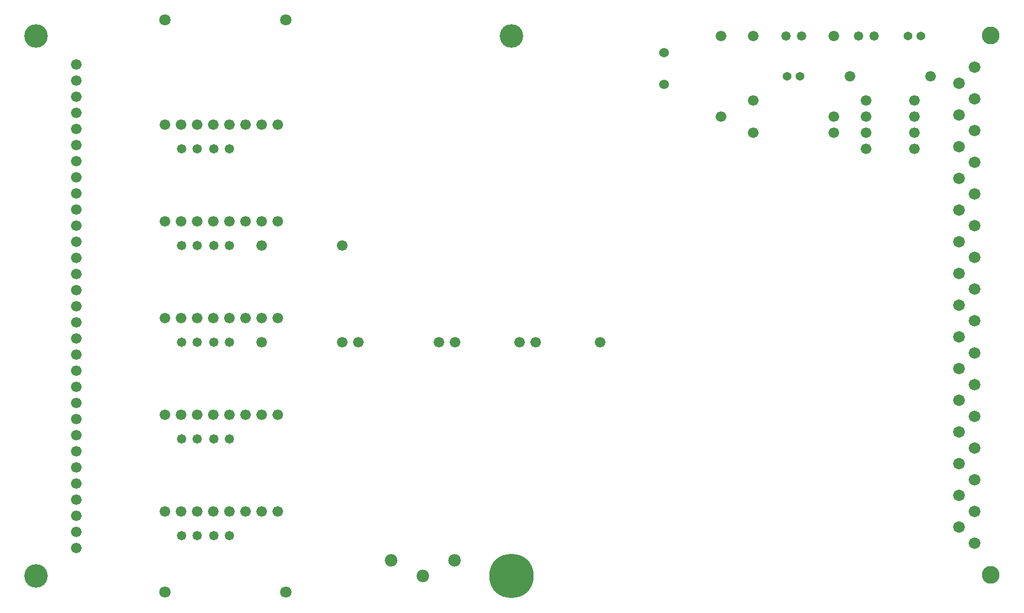
<source format=gbr>
G04 start of page 8 for group -4063 idx -4063 *
G04 Title: 26.003.00.01.01.pcb, componentmask *
G04 Creator: pcb 20100929 *
G04 CreationDate: Wed Mar 18 07:56:07 2015 UTC *
G04 For: bert *
G04 Format: Gerber/RS-274X *
G04 PCB-Dimensions: 649606 413386 *
G04 PCB-Coordinate-Origin: lower left *
%MOIN*%
%FSLAX25Y25*%
%LNFRONTMASK*%
%ADD11C,0.0600*%
%ADD12C,0.0540*%
%ADD14C,0.0720*%
%ADD15C,0.2760*%
%ADD17C,0.1460*%
%ADD24C,0.1100*%
%ADD28C,0.0660*%
%ADD29C,0.0580*%
%ADD30C,0.0710*%
%ADD31C,0.0780*%
G54D28*X45000Y365886D03*
Y355886D03*
Y345886D03*
Y335886D03*
G54D17*X20000Y383386D03*
G54D28*X45000Y325886D03*
Y315886D03*
Y305886D03*
Y295886D03*
Y285886D03*
Y275886D03*
Y265886D03*
Y255886D03*
Y245886D03*
Y235886D03*
Y225886D03*
Y215886D03*
Y205886D03*
Y195886D03*
Y185886D03*
Y175886D03*
Y165886D03*
Y155886D03*
Y145886D03*
Y135886D03*
Y125886D03*
Y115886D03*
Y105886D03*
Y95886D03*
Y85886D03*
Y75886D03*
Y65886D03*
G54D17*X20000Y48386D03*
G54D29*X485079Y383386D03*
G54D30*X100000Y393386D03*
X175000D03*
G54D17*X315000Y383386D03*
G54D28*X515000D03*
X445000D03*
Y333386D03*
G54D11*X409606Y353544D03*
Y373229D03*
G54D12*X493937Y358386D03*
X486063D03*
G54D29*X494921Y383386D03*
G54D28*X465000D03*
Y343386D03*
X515000Y333386D03*
X465000Y323386D03*
X515000D03*
G54D12*X568937Y383386D03*
G54D28*X565000Y313386D03*
Y323386D03*
Y333386D03*
Y343386D03*
G54D12*X561063Y383386D03*
G54D29*X539921D03*
X530079D03*
G54D28*X535000Y343386D03*
Y333386D03*
Y323386D03*
Y313386D03*
G54D14*X602360Y364174D03*
X592518Y354332D03*
X602360Y344489D03*
X592518Y334647D03*
G54D24*X612203Y383859D03*
G54D28*X525000Y358386D03*
X575000D03*
G54D14*X602360Y324804D03*
Y305119D03*
Y285434D03*
Y265749D03*
Y246064D03*
Y226379D03*
X592518Y314961D03*
Y295276D03*
Y275591D03*
Y255906D03*
Y236221D03*
Y216537D03*
Y196852D03*
G54D29*X139921Y313386D03*
X130079D03*
X119921D03*
X110079D03*
G54D28*X100000Y328386D03*
Y268386D03*
X110000Y328386D03*
X120000D03*
Y268386D03*
X130000Y328386D03*
Y268386D03*
X140000D03*
X150000D03*
X160000D03*
X170000D03*
X140000Y328386D03*
X150000D03*
X160000D03*
X170000D03*
G54D29*X119921Y253386D03*
X110079D03*
G54D28*X110000Y268386D03*
X100000Y208386D03*
X110000D03*
X120000D03*
X130000D03*
X140000D03*
X150000D03*
X160000D03*
X170000D03*
X330000Y193386D03*
X370000D03*
G54D31*X279685Y58228D03*
G54D28*X280000Y193386D03*
X320000D03*
G54D15*X315000Y48386D03*
G54D31*X260000D03*
G54D28*X270000Y193386D03*
G54D14*X602360Y206694D03*
Y187009D03*
Y167324D03*
Y147639D03*
X592518Y177167D03*
Y157481D03*
Y137796D03*
Y118111D03*
Y98426D03*
Y78741D03*
X602360Y127954D03*
Y108269D03*
Y88584D03*
Y68899D03*
G54D24*X612203Y49213D03*
G54D31*X240315Y58228D03*
G54D28*X220000Y193386D03*
X160000D03*
X210000D03*
G54D29*X139921Y253386D03*
X130079D03*
G54D28*X160000D03*
X210000D03*
G54D29*X139921Y193386D03*
X130079D03*
X119921D03*
X110079D03*
G54D30*X100000Y38386D03*
X175000D03*
G54D29*X139921Y133386D03*
X130079D03*
X119921D03*
X110079D03*
G54D28*X100000Y148386D03*
X110000D03*
X120000D03*
X130000D03*
X140000D03*
X150000D03*
X160000D03*
X170000D03*
G54D29*X139921Y73386D03*
X130079D03*
X119921D03*
X110079D03*
G54D28*X100000Y88386D03*
X110000D03*
X120000D03*
X130000D03*
X140000D03*
X150000D03*
X160000D03*
X170000D03*
M02*

</source>
